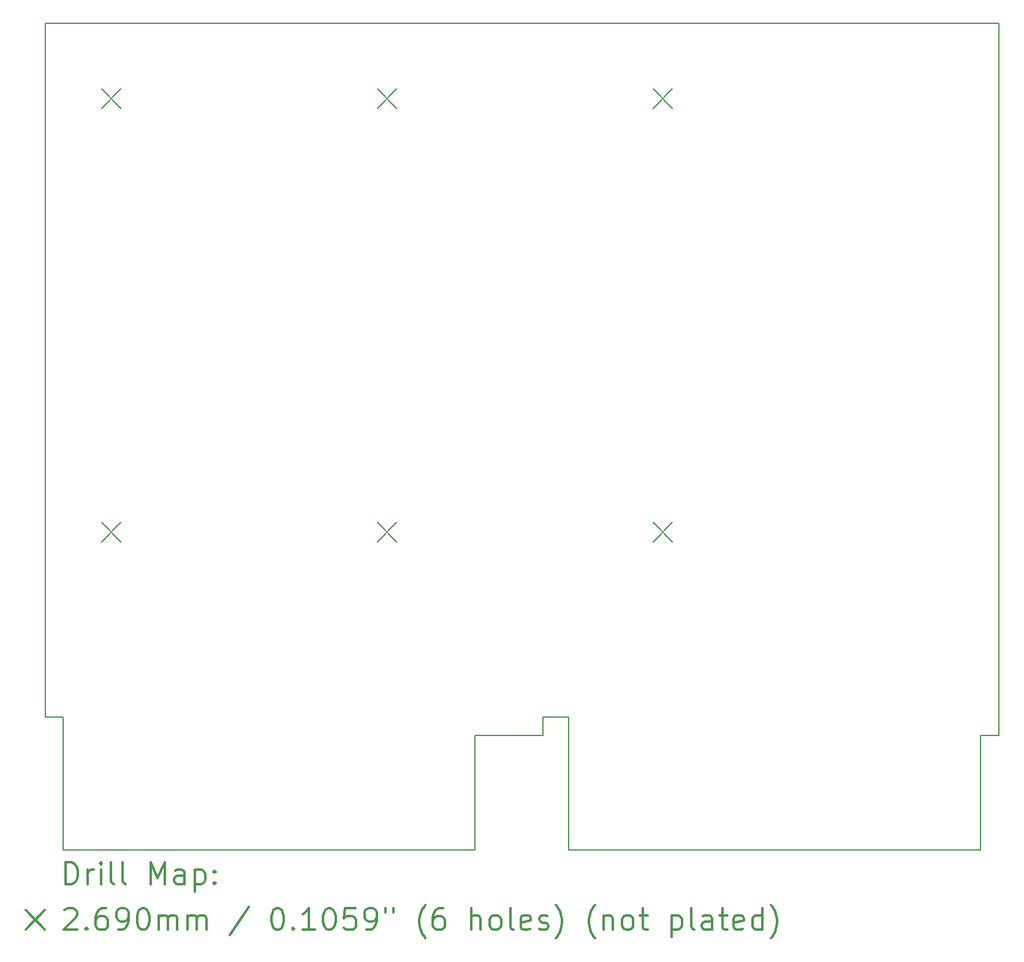
<source format=gbr>
%FSLAX45Y45*%
G04 Gerber Fmt 4.5, Leading zero omitted, Abs format (unit mm)*
G04 Created by KiCad (PCBNEW (5.1.10)-1) date 2021-09-26 13:38:02*
%MOMM*%
%LPD*%
G01*
G04 APERTURE LIST*
%TA.AperFunction,Profile*%
%ADD10C,0.127000*%
%TD*%
%ADD11C,0.200000*%
%ADD12C,0.300000*%
G04 APERTURE END LIST*
D10*
X27711400Y-28638500D02*
X27711400Y-30480000D01*
X27711400Y-28638500D02*
X27465020Y-28638500D01*
X33401000Y-30480000D02*
X27711400Y-30480000D01*
X34696400Y-28638500D02*
X34696400Y-30480000D01*
X34696400Y-28638500D02*
X34340800Y-28638500D01*
X34340800Y-28892500D02*
X34340800Y-28638500D01*
X34340800Y-28892500D02*
X33401000Y-28892500D01*
X33401000Y-28892500D02*
X33401000Y-30480000D01*
X40386000Y-30480000D02*
X34696400Y-30480000D01*
X40386000Y-28892500D02*
X40386000Y-30480000D01*
X40640000Y-28892500D02*
X40386000Y-28892500D01*
X27465020Y-19050000D02*
X27465020Y-28638500D01*
X40640000Y-19050000D02*
X27465020Y-19050000D01*
X40640000Y-19050000D02*
X40640000Y-28892500D01*
D11*
X28239500Y-19957100D02*
X28508500Y-20226100D01*
X28508500Y-19957100D02*
X28239500Y-20226100D01*
X28239500Y-25951100D02*
X28508500Y-26220100D01*
X28508500Y-25951100D02*
X28239500Y-26220100D01*
X32049500Y-19957100D02*
X32318500Y-20226100D01*
X32318500Y-19957100D02*
X32049500Y-20226100D01*
X32049500Y-25951100D02*
X32318500Y-26220100D01*
X32318500Y-25951100D02*
X32049500Y-26220100D01*
X35859500Y-19957100D02*
X36128500Y-20226100D01*
X36128500Y-19957100D02*
X35859500Y-20226100D01*
X35859500Y-25951100D02*
X36128500Y-26220100D01*
X36128500Y-25951100D02*
X35859500Y-26220100D01*
D12*
X27745098Y-30952064D02*
X27745098Y-30652064D01*
X27816527Y-30652064D01*
X27859384Y-30666350D01*
X27887956Y-30694921D01*
X27902241Y-30723493D01*
X27916527Y-30780636D01*
X27916527Y-30823493D01*
X27902241Y-30880636D01*
X27887956Y-30909207D01*
X27859384Y-30937779D01*
X27816527Y-30952064D01*
X27745098Y-30952064D01*
X28045098Y-30952064D02*
X28045098Y-30752064D01*
X28045098Y-30809207D02*
X28059384Y-30780636D01*
X28073670Y-30766350D01*
X28102241Y-30752064D01*
X28130813Y-30752064D01*
X28230813Y-30952064D02*
X28230813Y-30752064D01*
X28230813Y-30652064D02*
X28216527Y-30666350D01*
X28230813Y-30680636D01*
X28245098Y-30666350D01*
X28230813Y-30652064D01*
X28230813Y-30680636D01*
X28416527Y-30952064D02*
X28387956Y-30937779D01*
X28373670Y-30909207D01*
X28373670Y-30652064D01*
X28573670Y-30952064D02*
X28545098Y-30937779D01*
X28530813Y-30909207D01*
X28530813Y-30652064D01*
X28916527Y-30952064D02*
X28916527Y-30652064D01*
X29016527Y-30866350D01*
X29116527Y-30652064D01*
X29116527Y-30952064D01*
X29387956Y-30952064D02*
X29387956Y-30794921D01*
X29373670Y-30766350D01*
X29345098Y-30752064D01*
X29287956Y-30752064D01*
X29259384Y-30766350D01*
X29387956Y-30937779D02*
X29359384Y-30952064D01*
X29287956Y-30952064D01*
X29259384Y-30937779D01*
X29245098Y-30909207D01*
X29245098Y-30880636D01*
X29259384Y-30852064D01*
X29287956Y-30837779D01*
X29359384Y-30837779D01*
X29387956Y-30823493D01*
X29530813Y-30752064D02*
X29530813Y-31052064D01*
X29530813Y-30766350D02*
X29559384Y-30752064D01*
X29616527Y-30752064D01*
X29645098Y-30766350D01*
X29659384Y-30780636D01*
X29673670Y-30809207D01*
X29673670Y-30894921D01*
X29659384Y-30923493D01*
X29645098Y-30937779D01*
X29616527Y-30952064D01*
X29559384Y-30952064D01*
X29530813Y-30937779D01*
X29802241Y-30923493D02*
X29816527Y-30937779D01*
X29802241Y-30952064D01*
X29787956Y-30937779D01*
X29802241Y-30923493D01*
X29802241Y-30952064D01*
X29802241Y-30766350D02*
X29816527Y-30780636D01*
X29802241Y-30794921D01*
X29787956Y-30780636D01*
X29802241Y-30766350D01*
X29802241Y-30794921D01*
X27189670Y-31311850D02*
X27458670Y-31580850D01*
X27458670Y-31311850D02*
X27189670Y-31580850D01*
X27730813Y-31310636D02*
X27745098Y-31296350D01*
X27773670Y-31282064D01*
X27845098Y-31282064D01*
X27873670Y-31296350D01*
X27887956Y-31310636D01*
X27902241Y-31339207D01*
X27902241Y-31367779D01*
X27887956Y-31410636D01*
X27716527Y-31582064D01*
X27902241Y-31582064D01*
X28030813Y-31553493D02*
X28045098Y-31567779D01*
X28030813Y-31582064D01*
X28016527Y-31567779D01*
X28030813Y-31553493D01*
X28030813Y-31582064D01*
X28302241Y-31282064D02*
X28245098Y-31282064D01*
X28216527Y-31296350D01*
X28202241Y-31310636D01*
X28173670Y-31353493D01*
X28159384Y-31410636D01*
X28159384Y-31524921D01*
X28173670Y-31553493D01*
X28187956Y-31567779D01*
X28216527Y-31582064D01*
X28273670Y-31582064D01*
X28302241Y-31567779D01*
X28316527Y-31553493D01*
X28330813Y-31524921D01*
X28330813Y-31453493D01*
X28316527Y-31424921D01*
X28302241Y-31410636D01*
X28273670Y-31396350D01*
X28216527Y-31396350D01*
X28187956Y-31410636D01*
X28173670Y-31424921D01*
X28159384Y-31453493D01*
X28473670Y-31582064D02*
X28530813Y-31582064D01*
X28559384Y-31567779D01*
X28573670Y-31553493D01*
X28602241Y-31510636D01*
X28616527Y-31453493D01*
X28616527Y-31339207D01*
X28602241Y-31310636D01*
X28587956Y-31296350D01*
X28559384Y-31282064D01*
X28502241Y-31282064D01*
X28473670Y-31296350D01*
X28459384Y-31310636D01*
X28445098Y-31339207D01*
X28445098Y-31410636D01*
X28459384Y-31439207D01*
X28473670Y-31453493D01*
X28502241Y-31467779D01*
X28559384Y-31467779D01*
X28587956Y-31453493D01*
X28602241Y-31439207D01*
X28616527Y-31410636D01*
X28802241Y-31282064D02*
X28830813Y-31282064D01*
X28859384Y-31296350D01*
X28873670Y-31310636D01*
X28887956Y-31339207D01*
X28902241Y-31396350D01*
X28902241Y-31467779D01*
X28887956Y-31524921D01*
X28873670Y-31553493D01*
X28859384Y-31567779D01*
X28830813Y-31582064D01*
X28802241Y-31582064D01*
X28773670Y-31567779D01*
X28759384Y-31553493D01*
X28745098Y-31524921D01*
X28730813Y-31467779D01*
X28730813Y-31396350D01*
X28745098Y-31339207D01*
X28759384Y-31310636D01*
X28773670Y-31296350D01*
X28802241Y-31282064D01*
X29030813Y-31582064D02*
X29030813Y-31382064D01*
X29030813Y-31410636D02*
X29045098Y-31396350D01*
X29073670Y-31382064D01*
X29116527Y-31382064D01*
X29145098Y-31396350D01*
X29159384Y-31424921D01*
X29159384Y-31582064D01*
X29159384Y-31424921D02*
X29173670Y-31396350D01*
X29202241Y-31382064D01*
X29245098Y-31382064D01*
X29273670Y-31396350D01*
X29287956Y-31424921D01*
X29287956Y-31582064D01*
X29430813Y-31582064D02*
X29430813Y-31382064D01*
X29430813Y-31410636D02*
X29445098Y-31396350D01*
X29473670Y-31382064D01*
X29516527Y-31382064D01*
X29545098Y-31396350D01*
X29559384Y-31424921D01*
X29559384Y-31582064D01*
X29559384Y-31424921D02*
X29573670Y-31396350D01*
X29602241Y-31382064D01*
X29645098Y-31382064D01*
X29673670Y-31396350D01*
X29687956Y-31424921D01*
X29687956Y-31582064D01*
X30273670Y-31267779D02*
X30016527Y-31653493D01*
X30659384Y-31282064D02*
X30687956Y-31282064D01*
X30716527Y-31296350D01*
X30730813Y-31310636D01*
X30745098Y-31339207D01*
X30759384Y-31396350D01*
X30759384Y-31467779D01*
X30745098Y-31524921D01*
X30730813Y-31553493D01*
X30716527Y-31567779D01*
X30687956Y-31582064D01*
X30659384Y-31582064D01*
X30630813Y-31567779D01*
X30616527Y-31553493D01*
X30602241Y-31524921D01*
X30587956Y-31467779D01*
X30587956Y-31396350D01*
X30602241Y-31339207D01*
X30616527Y-31310636D01*
X30630813Y-31296350D01*
X30659384Y-31282064D01*
X30887956Y-31553493D02*
X30902241Y-31567779D01*
X30887956Y-31582064D01*
X30873670Y-31567779D01*
X30887956Y-31553493D01*
X30887956Y-31582064D01*
X31187956Y-31582064D02*
X31016527Y-31582064D01*
X31102241Y-31582064D02*
X31102241Y-31282064D01*
X31073670Y-31324921D01*
X31045098Y-31353493D01*
X31016527Y-31367779D01*
X31373670Y-31282064D02*
X31402241Y-31282064D01*
X31430813Y-31296350D01*
X31445098Y-31310636D01*
X31459384Y-31339207D01*
X31473670Y-31396350D01*
X31473670Y-31467779D01*
X31459384Y-31524921D01*
X31445098Y-31553493D01*
X31430813Y-31567779D01*
X31402241Y-31582064D01*
X31373670Y-31582064D01*
X31345098Y-31567779D01*
X31330813Y-31553493D01*
X31316527Y-31524921D01*
X31302241Y-31467779D01*
X31302241Y-31396350D01*
X31316527Y-31339207D01*
X31330813Y-31310636D01*
X31345098Y-31296350D01*
X31373670Y-31282064D01*
X31745098Y-31282064D02*
X31602241Y-31282064D01*
X31587956Y-31424921D01*
X31602241Y-31410636D01*
X31630813Y-31396350D01*
X31702241Y-31396350D01*
X31730813Y-31410636D01*
X31745098Y-31424921D01*
X31759384Y-31453493D01*
X31759384Y-31524921D01*
X31745098Y-31553493D01*
X31730813Y-31567779D01*
X31702241Y-31582064D01*
X31630813Y-31582064D01*
X31602241Y-31567779D01*
X31587956Y-31553493D01*
X31902241Y-31582064D02*
X31959384Y-31582064D01*
X31987956Y-31567779D01*
X32002241Y-31553493D01*
X32030813Y-31510636D01*
X32045098Y-31453493D01*
X32045098Y-31339207D01*
X32030813Y-31310636D01*
X32016527Y-31296350D01*
X31987956Y-31282064D01*
X31930813Y-31282064D01*
X31902241Y-31296350D01*
X31887956Y-31310636D01*
X31873670Y-31339207D01*
X31873670Y-31410636D01*
X31887956Y-31439207D01*
X31902241Y-31453493D01*
X31930813Y-31467779D01*
X31987956Y-31467779D01*
X32016527Y-31453493D01*
X32030813Y-31439207D01*
X32045098Y-31410636D01*
X32159384Y-31282064D02*
X32159384Y-31339207D01*
X32273670Y-31282064D02*
X32273670Y-31339207D01*
X32716527Y-31696350D02*
X32702241Y-31682064D01*
X32673670Y-31639207D01*
X32659384Y-31610636D01*
X32645098Y-31567779D01*
X32630813Y-31496350D01*
X32630813Y-31439207D01*
X32645098Y-31367779D01*
X32659384Y-31324921D01*
X32673670Y-31296350D01*
X32702241Y-31253493D01*
X32716527Y-31239207D01*
X32959384Y-31282064D02*
X32902241Y-31282064D01*
X32873670Y-31296350D01*
X32859384Y-31310636D01*
X32830813Y-31353493D01*
X32816527Y-31410636D01*
X32816527Y-31524921D01*
X32830813Y-31553493D01*
X32845098Y-31567779D01*
X32873670Y-31582064D01*
X32930813Y-31582064D01*
X32959384Y-31567779D01*
X32973670Y-31553493D01*
X32987956Y-31524921D01*
X32987956Y-31453493D01*
X32973670Y-31424921D01*
X32959384Y-31410636D01*
X32930813Y-31396350D01*
X32873670Y-31396350D01*
X32845098Y-31410636D01*
X32830813Y-31424921D01*
X32816527Y-31453493D01*
X33345098Y-31582064D02*
X33345098Y-31282064D01*
X33473670Y-31582064D02*
X33473670Y-31424921D01*
X33459384Y-31396350D01*
X33430813Y-31382064D01*
X33387956Y-31382064D01*
X33359384Y-31396350D01*
X33345098Y-31410636D01*
X33659384Y-31582064D02*
X33630813Y-31567779D01*
X33616527Y-31553493D01*
X33602241Y-31524921D01*
X33602241Y-31439207D01*
X33616527Y-31410636D01*
X33630813Y-31396350D01*
X33659384Y-31382064D01*
X33702241Y-31382064D01*
X33730813Y-31396350D01*
X33745098Y-31410636D01*
X33759384Y-31439207D01*
X33759384Y-31524921D01*
X33745098Y-31553493D01*
X33730813Y-31567779D01*
X33702241Y-31582064D01*
X33659384Y-31582064D01*
X33930813Y-31582064D02*
X33902241Y-31567779D01*
X33887956Y-31539207D01*
X33887956Y-31282064D01*
X34159384Y-31567779D02*
X34130813Y-31582064D01*
X34073670Y-31582064D01*
X34045098Y-31567779D01*
X34030813Y-31539207D01*
X34030813Y-31424921D01*
X34045098Y-31396350D01*
X34073670Y-31382064D01*
X34130813Y-31382064D01*
X34159384Y-31396350D01*
X34173670Y-31424921D01*
X34173670Y-31453493D01*
X34030813Y-31482064D01*
X34287956Y-31567779D02*
X34316527Y-31582064D01*
X34373670Y-31582064D01*
X34402241Y-31567779D01*
X34416527Y-31539207D01*
X34416527Y-31524921D01*
X34402241Y-31496350D01*
X34373670Y-31482064D01*
X34330813Y-31482064D01*
X34302241Y-31467779D01*
X34287956Y-31439207D01*
X34287956Y-31424921D01*
X34302241Y-31396350D01*
X34330813Y-31382064D01*
X34373670Y-31382064D01*
X34402241Y-31396350D01*
X34516527Y-31696350D02*
X34530813Y-31682064D01*
X34559384Y-31639207D01*
X34573670Y-31610636D01*
X34587956Y-31567779D01*
X34602241Y-31496350D01*
X34602241Y-31439207D01*
X34587956Y-31367779D01*
X34573670Y-31324921D01*
X34559384Y-31296350D01*
X34530813Y-31253493D01*
X34516527Y-31239207D01*
X35059384Y-31696350D02*
X35045098Y-31682064D01*
X35016527Y-31639207D01*
X35002241Y-31610636D01*
X34987956Y-31567779D01*
X34973670Y-31496350D01*
X34973670Y-31439207D01*
X34987956Y-31367779D01*
X35002241Y-31324921D01*
X35016527Y-31296350D01*
X35045098Y-31253493D01*
X35059384Y-31239207D01*
X35173670Y-31382064D02*
X35173670Y-31582064D01*
X35173670Y-31410636D02*
X35187956Y-31396350D01*
X35216527Y-31382064D01*
X35259384Y-31382064D01*
X35287956Y-31396350D01*
X35302241Y-31424921D01*
X35302241Y-31582064D01*
X35487956Y-31582064D02*
X35459384Y-31567779D01*
X35445098Y-31553493D01*
X35430813Y-31524921D01*
X35430813Y-31439207D01*
X35445098Y-31410636D01*
X35459384Y-31396350D01*
X35487956Y-31382064D01*
X35530813Y-31382064D01*
X35559384Y-31396350D01*
X35573670Y-31410636D01*
X35587956Y-31439207D01*
X35587956Y-31524921D01*
X35573670Y-31553493D01*
X35559384Y-31567779D01*
X35530813Y-31582064D01*
X35487956Y-31582064D01*
X35673670Y-31382064D02*
X35787956Y-31382064D01*
X35716527Y-31282064D02*
X35716527Y-31539207D01*
X35730813Y-31567779D01*
X35759384Y-31582064D01*
X35787956Y-31582064D01*
X36116527Y-31382064D02*
X36116527Y-31682064D01*
X36116527Y-31396350D02*
X36145098Y-31382064D01*
X36202241Y-31382064D01*
X36230813Y-31396350D01*
X36245098Y-31410636D01*
X36259384Y-31439207D01*
X36259384Y-31524921D01*
X36245098Y-31553493D01*
X36230813Y-31567779D01*
X36202241Y-31582064D01*
X36145098Y-31582064D01*
X36116527Y-31567779D01*
X36430813Y-31582064D02*
X36402241Y-31567779D01*
X36387956Y-31539207D01*
X36387956Y-31282064D01*
X36673670Y-31582064D02*
X36673670Y-31424921D01*
X36659384Y-31396350D01*
X36630813Y-31382064D01*
X36573670Y-31382064D01*
X36545098Y-31396350D01*
X36673670Y-31567779D02*
X36645098Y-31582064D01*
X36573670Y-31582064D01*
X36545098Y-31567779D01*
X36530813Y-31539207D01*
X36530813Y-31510636D01*
X36545098Y-31482064D01*
X36573670Y-31467779D01*
X36645098Y-31467779D01*
X36673670Y-31453493D01*
X36773670Y-31382064D02*
X36887956Y-31382064D01*
X36816527Y-31282064D02*
X36816527Y-31539207D01*
X36830813Y-31567779D01*
X36859384Y-31582064D01*
X36887956Y-31582064D01*
X37102241Y-31567779D02*
X37073670Y-31582064D01*
X37016527Y-31582064D01*
X36987956Y-31567779D01*
X36973670Y-31539207D01*
X36973670Y-31424921D01*
X36987956Y-31396350D01*
X37016527Y-31382064D01*
X37073670Y-31382064D01*
X37102241Y-31396350D01*
X37116527Y-31424921D01*
X37116527Y-31453493D01*
X36973670Y-31482064D01*
X37373670Y-31582064D02*
X37373670Y-31282064D01*
X37373670Y-31567779D02*
X37345098Y-31582064D01*
X37287956Y-31582064D01*
X37259384Y-31567779D01*
X37245098Y-31553493D01*
X37230813Y-31524921D01*
X37230813Y-31439207D01*
X37245098Y-31410636D01*
X37259384Y-31396350D01*
X37287956Y-31382064D01*
X37345098Y-31382064D01*
X37373670Y-31396350D01*
X37487956Y-31696350D02*
X37502241Y-31682064D01*
X37530813Y-31639207D01*
X37545098Y-31610636D01*
X37559384Y-31567779D01*
X37573670Y-31496350D01*
X37573670Y-31439207D01*
X37559384Y-31367779D01*
X37545098Y-31324921D01*
X37530813Y-31296350D01*
X37502241Y-31253493D01*
X37487956Y-31239207D01*
M02*

</source>
